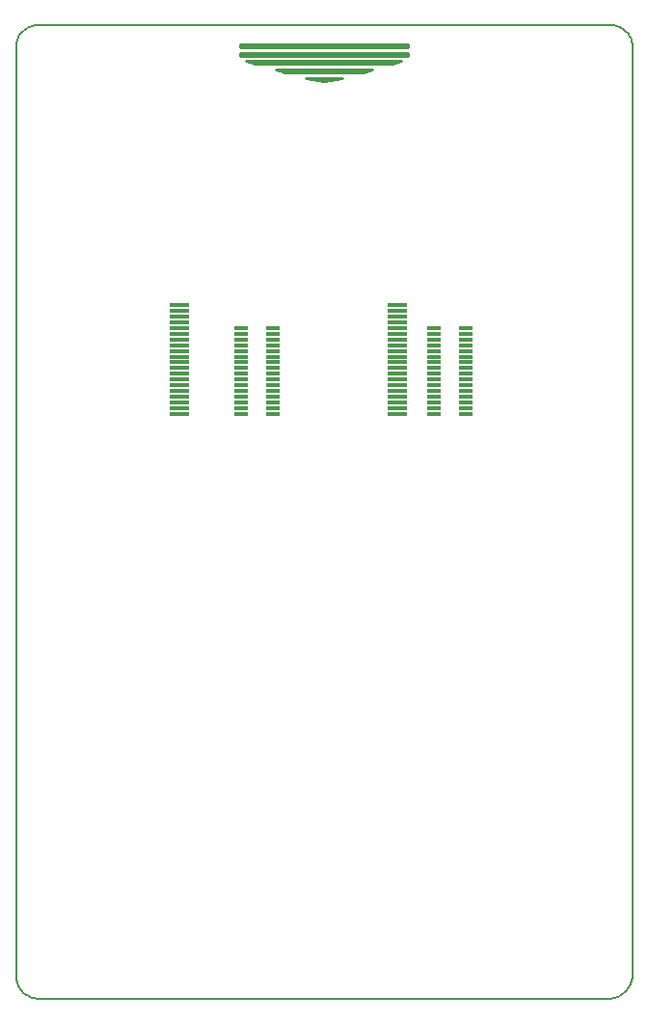
<source format=gbs>
G75*
G70*
%OFA0B0*%
%FSLAX24Y24*%
%IPPOS*%
%LPD*%
%AMOC8*
5,1,8,0,0,1.08239X$1,22.5*
%
%ADD10C,0.0100*%
%ADD11C,0.0050*%
%ADD12R,0.0512X0.0162*%
%ADD13R,0.0670X0.0158*%
%ADD14R,0.0510X0.0155*%
D10*
X010624Y032431D02*
X011260Y032333D01*
X011896Y032431D01*
X010624Y032431D01*
X011104Y032357D02*
X011416Y032357D01*
X012576Y032628D02*
X009945Y032628D01*
X009587Y032727D01*
X012933Y032727D01*
X012576Y032628D01*
X012664Y032653D02*
X009856Y032653D01*
X008934Y032923D02*
X008540Y033022D01*
X013918Y033022D01*
X013586Y032923D01*
X008934Y032923D01*
X008835Y032948D02*
X013669Y032948D01*
X014160Y033219D02*
X008360Y033219D01*
X008360Y033317D01*
X014160Y033317D01*
X014160Y033219D01*
X014160Y033244D02*
X008360Y033244D01*
X008360Y033514D02*
X014160Y033514D01*
X014160Y033612D01*
X008360Y033612D01*
X008360Y033514D01*
X008360Y033539D02*
X014160Y033539D01*
D11*
X000613Y033527D02*
X000613Y001440D01*
X000615Y001385D01*
X000620Y001331D01*
X000630Y001277D01*
X000643Y001224D01*
X000659Y001172D01*
X000679Y001121D01*
X000703Y001072D01*
X000729Y001024D01*
X000759Y000979D01*
X000792Y000935D01*
X000828Y000894D01*
X000867Y000855D01*
X000908Y000819D01*
X000952Y000786D01*
X000997Y000756D01*
X001045Y000730D01*
X001094Y000706D01*
X001145Y000686D01*
X001197Y000670D01*
X001250Y000657D01*
X001304Y000647D01*
X001358Y000642D01*
X001413Y000640D01*
X021084Y000640D01*
X021085Y000639D02*
X021141Y000643D01*
X021197Y000650D01*
X021252Y000661D01*
X021306Y000675D01*
X021360Y000693D01*
X021412Y000714D01*
X021462Y000739D01*
X021511Y000767D01*
X021558Y000798D01*
X021603Y000832D01*
X021645Y000869D01*
X021685Y000909D01*
X021723Y000951D01*
X021757Y000995D01*
X021788Y001042D01*
X021817Y001090D01*
X021842Y001141D01*
X021864Y001193D01*
X021882Y001246D01*
X021897Y001300D01*
X021908Y001355D01*
X021916Y001411D01*
X021919Y001467D01*
X021920Y001524D01*
X021919Y001524D02*
X021919Y033527D01*
X021917Y033580D01*
X021911Y033632D01*
X021902Y033684D01*
X021889Y033735D01*
X021872Y033785D01*
X021852Y033834D01*
X021829Y033881D01*
X021802Y033926D01*
X021772Y033969D01*
X021739Y034010D01*
X021703Y034049D01*
X021664Y034085D01*
X021623Y034118D01*
X021580Y034148D01*
X021535Y034175D01*
X021488Y034198D01*
X021439Y034218D01*
X021389Y034235D01*
X021338Y034248D01*
X021286Y034257D01*
X021234Y034263D01*
X021181Y034265D01*
X001351Y034265D01*
X001298Y034263D01*
X001246Y034257D01*
X001194Y034248D01*
X001143Y034235D01*
X001093Y034218D01*
X001044Y034198D01*
X000997Y034175D01*
X000952Y034148D01*
X000909Y034118D01*
X000868Y034085D01*
X000829Y034049D01*
X000793Y034010D01*
X000760Y033969D01*
X000730Y033926D01*
X000703Y033881D01*
X000680Y033834D01*
X000660Y033785D01*
X000643Y033735D01*
X000630Y033684D01*
X000621Y033632D01*
X000615Y033580D01*
X000613Y033527D01*
D12*
X009474Y023804D03*
X009474Y023607D03*
X009474Y023410D03*
X009474Y023213D03*
X009474Y023016D03*
X009474Y022820D03*
X009474Y022623D03*
X009474Y022426D03*
X009474Y022229D03*
X009474Y022032D03*
X009474Y021835D03*
X009474Y021639D03*
X009474Y021442D03*
X009474Y021245D03*
X009474Y021048D03*
X009474Y020851D03*
X015065Y020851D03*
X015065Y021048D03*
X015065Y021245D03*
X015065Y021442D03*
X015065Y021639D03*
X015065Y021835D03*
X015065Y022032D03*
X015065Y022229D03*
X015065Y022426D03*
X015065Y022623D03*
X015065Y022820D03*
X015065Y023016D03*
X015065Y023213D03*
X015065Y023410D03*
X015065Y023607D03*
X015065Y023804D03*
D13*
X013797Y023804D03*
X013797Y024001D03*
X013797Y024198D03*
X013797Y024394D03*
X013797Y024591D03*
X013797Y023607D03*
X013797Y023410D03*
X013797Y023213D03*
X013797Y023017D03*
X013797Y022820D03*
X013797Y022623D03*
X013797Y022426D03*
X013797Y022229D03*
X013797Y022032D03*
X013797Y021835D03*
X013797Y021639D03*
X013797Y021442D03*
X013797Y021245D03*
X013797Y021048D03*
X013797Y020851D03*
X006238Y020851D03*
X006238Y021048D03*
X006238Y021245D03*
X006238Y021442D03*
X006238Y021639D03*
X006238Y021835D03*
X006238Y022032D03*
X006238Y022229D03*
X006238Y022426D03*
X006238Y022623D03*
X006238Y022820D03*
X006238Y023017D03*
X006238Y023213D03*
X006238Y023410D03*
X006238Y023607D03*
X006238Y023804D03*
X006238Y024001D03*
X006238Y024198D03*
X006238Y024394D03*
X006238Y024591D03*
D14*
X008387Y023804D03*
X008387Y023607D03*
X008387Y023410D03*
X008387Y023213D03*
X008387Y023016D03*
X008387Y022820D03*
X008387Y022623D03*
X008387Y022426D03*
X008387Y022229D03*
X008387Y022032D03*
X008387Y021835D03*
X008387Y021639D03*
X008387Y021442D03*
X008387Y021245D03*
X008387Y021048D03*
X008387Y020851D03*
X016143Y020851D03*
X016143Y021048D03*
X016143Y021245D03*
X016143Y021442D03*
X016143Y021639D03*
X016143Y021835D03*
X016143Y022032D03*
X016143Y022229D03*
X016143Y022426D03*
X016143Y022623D03*
X016143Y022820D03*
X016143Y023016D03*
X016143Y023213D03*
X016143Y023410D03*
X016143Y023607D03*
X016143Y023804D03*
M02*

</source>
